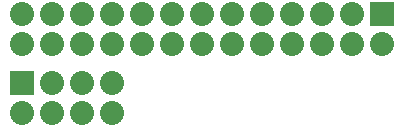
<source format=gbs>
G04 (created by PCBNEW-RS274X (2012-apr-16-27)-stable) date Mon 12 May 2014 23:50:08 BST*
G01*
G70*
G90*
%MOIN*%
G04 Gerber Fmt 3.4, Leading zero omitted, Abs format*
%FSLAX34Y34*%
G04 APERTURE LIST*
%ADD10C,0.006000*%
%ADD11R,0.080000X0.080000*%
%ADD12C,0.080000*%
G04 APERTURE END LIST*
G54D10*
G54D11*
X53303Y-42492D03*
G54D12*
X53303Y-43492D03*
X54303Y-42492D03*
X54303Y-43492D03*
X55303Y-42492D03*
X55303Y-43492D03*
X56303Y-42492D03*
X56303Y-43492D03*
G54D11*
X65291Y-40209D03*
G54D12*
X65291Y-41209D03*
X64291Y-40209D03*
X64291Y-41209D03*
X63291Y-40209D03*
X63291Y-41209D03*
X62291Y-40209D03*
X62291Y-41209D03*
X61291Y-40209D03*
X61291Y-41209D03*
X60291Y-40209D03*
X60291Y-41209D03*
X59291Y-40209D03*
X59291Y-41209D03*
X58291Y-40209D03*
X58291Y-41209D03*
X57291Y-40209D03*
X57291Y-41209D03*
X56291Y-40209D03*
X56291Y-41209D03*
X55291Y-40209D03*
X55291Y-41209D03*
X54291Y-40209D03*
X54291Y-41209D03*
X53291Y-40209D03*
X53291Y-41209D03*
M02*

</source>
